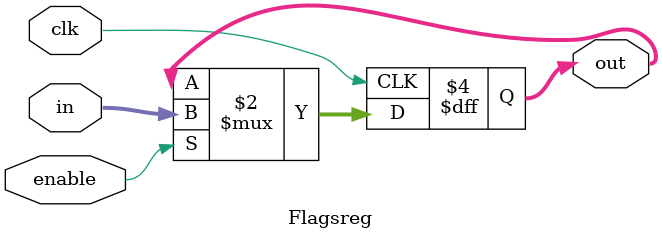
<source format=sv>
module Flagsreg (
	input logic clk, enable,
	input logic [1:0] in,
	output logic [1:0] out
);

	always @ (posedge clk) begin
		if (enable) begin
			out <= in;
		end
	end
endmodule 
</source>
